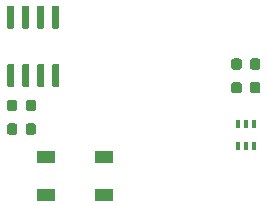
<source format=gbr>
G04 #@! TF.GenerationSoftware,KiCad,Pcbnew,5.1.5*
G04 #@! TF.CreationDate,2019-11-23T18:51:37+01:00*
G04 #@! TF.ProjectId,leg_sensor_board,6c65675f-7365-46e7-936f-725f626f6172,rev?*
G04 #@! TF.SameCoordinates,Original*
G04 #@! TF.FileFunction,Paste,Top*
G04 #@! TF.FilePolarity,Positive*
%FSLAX46Y46*%
G04 Gerber Fmt 4.6, Leading zero omitted, Abs format (unit mm)*
G04 Created by KiCad (PCBNEW 5.1.5) date 2019-11-23 18:51:37*
%MOMM*%
%LPD*%
G04 APERTURE LIST*
%ADD10C,0.100000*%
%ADD11R,1.500000X1.000000*%
%ADD12R,0.400000X0.650000*%
G04 APERTURE END LIST*
D10*
G36*
X121027691Y-103026053D02*
G01*
X121048926Y-103029203D01*
X121069750Y-103034419D01*
X121089962Y-103041651D01*
X121109368Y-103050830D01*
X121127781Y-103061866D01*
X121145024Y-103074654D01*
X121160930Y-103089070D01*
X121175346Y-103104976D01*
X121188134Y-103122219D01*
X121199170Y-103140632D01*
X121208349Y-103160038D01*
X121215581Y-103180250D01*
X121220797Y-103201074D01*
X121223947Y-103222309D01*
X121225000Y-103243750D01*
X121225000Y-103756250D01*
X121223947Y-103777691D01*
X121220797Y-103798926D01*
X121215581Y-103819750D01*
X121208349Y-103839962D01*
X121199170Y-103859368D01*
X121188134Y-103877781D01*
X121175346Y-103895024D01*
X121160930Y-103910930D01*
X121145024Y-103925346D01*
X121127781Y-103938134D01*
X121109368Y-103949170D01*
X121089962Y-103958349D01*
X121069750Y-103965581D01*
X121048926Y-103970797D01*
X121027691Y-103973947D01*
X121006250Y-103975000D01*
X120568750Y-103975000D01*
X120547309Y-103973947D01*
X120526074Y-103970797D01*
X120505250Y-103965581D01*
X120485038Y-103958349D01*
X120465632Y-103949170D01*
X120447219Y-103938134D01*
X120429976Y-103925346D01*
X120414070Y-103910930D01*
X120399654Y-103895024D01*
X120386866Y-103877781D01*
X120375830Y-103859368D01*
X120366651Y-103839962D01*
X120359419Y-103819750D01*
X120354203Y-103798926D01*
X120351053Y-103777691D01*
X120350000Y-103756250D01*
X120350000Y-103243750D01*
X120351053Y-103222309D01*
X120354203Y-103201074D01*
X120359419Y-103180250D01*
X120366651Y-103160038D01*
X120375830Y-103140632D01*
X120386866Y-103122219D01*
X120399654Y-103104976D01*
X120414070Y-103089070D01*
X120429976Y-103074654D01*
X120447219Y-103061866D01*
X120465632Y-103050830D01*
X120485038Y-103041651D01*
X120505250Y-103034419D01*
X120526074Y-103029203D01*
X120547309Y-103026053D01*
X120568750Y-103025000D01*
X121006250Y-103025000D01*
X121027691Y-103026053D01*
G37*
G36*
X119452691Y-103026053D02*
G01*
X119473926Y-103029203D01*
X119494750Y-103034419D01*
X119514962Y-103041651D01*
X119534368Y-103050830D01*
X119552781Y-103061866D01*
X119570024Y-103074654D01*
X119585930Y-103089070D01*
X119600346Y-103104976D01*
X119613134Y-103122219D01*
X119624170Y-103140632D01*
X119633349Y-103160038D01*
X119640581Y-103180250D01*
X119645797Y-103201074D01*
X119648947Y-103222309D01*
X119650000Y-103243750D01*
X119650000Y-103756250D01*
X119648947Y-103777691D01*
X119645797Y-103798926D01*
X119640581Y-103819750D01*
X119633349Y-103839962D01*
X119624170Y-103859368D01*
X119613134Y-103877781D01*
X119600346Y-103895024D01*
X119585930Y-103910930D01*
X119570024Y-103925346D01*
X119552781Y-103938134D01*
X119534368Y-103949170D01*
X119514962Y-103958349D01*
X119494750Y-103965581D01*
X119473926Y-103970797D01*
X119452691Y-103973947D01*
X119431250Y-103975000D01*
X118993750Y-103975000D01*
X118972309Y-103973947D01*
X118951074Y-103970797D01*
X118930250Y-103965581D01*
X118910038Y-103958349D01*
X118890632Y-103949170D01*
X118872219Y-103938134D01*
X118854976Y-103925346D01*
X118839070Y-103910930D01*
X118824654Y-103895024D01*
X118811866Y-103877781D01*
X118800830Y-103859368D01*
X118791651Y-103839962D01*
X118784419Y-103819750D01*
X118779203Y-103798926D01*
X118776053Y-103777691D01*
X118775000Y-103756250D01*
X118775000Y-103243750D01*
X118776053Y-103222309D01*
X118779203Y-103201074D01*
X118784419Y-103180250D01*
X118791651Y-103160038D01*
X118800830Y-103140632D01*
X118811866Y-103122219D01*
X118824654Y-103104976D01*
X118839070Y-103089070D01*
X118854976Y-103074654D01*
X118872219Y-103061866D01*
X118890632Y-103050830D01*
X118910038Y-103041651D01*
X118930250Y-103034419D01*
X118951074Y-103029203D01*
X118972309Y-103026053D01*
X118993750Y-103025000D01*
X119431250Y-103025000D01*
X119452691Y-103026053D01*
G37*
D11*
X107950000Y-114600000D03*
X107950000Y-111400000D03*
X103050000Y-114600000D03*
X103050000Y-111400000D03*
D10*
G36*
X100452691Y-106526053D02*
G01*
X100473926Y-106529203D01*
X100494750Y-106534419D01*
X100514962Y-106541651D01*
X100534368Y-106550830D01*
X100552781Y-106561866D01*
X100570024Y-106574654D01*
X100585930Y-106589070D01*
X100600346Y-106604976D01*
X100613134Y-106622219D01*
X100624170Y-106640632D01*
X100633349Y-106660038D01*
X100640581Y-106680250D01*
X100645797Y-106701074D01*
X100648947Y-106722309D01*
X100650000Y-106743750D01*
X100650000Y-107256250D01*
X100648947Y-107277691D01*
X100645797Y-107298926D01*
X100640581Y-107319750D01*
X100633349Y-107339962D01*
X100624170Y-107359368D01*
X100613134Y-107377781D01*
X100600346Y-107395024D01*
X100585930Y-107410930D01*
X100570024Y-107425346D01*
X100552781Y-107438134D01*
X100534368Y-107449170D01*
X100514962Y-107458349D01*
X100494750Y-107465581D01*
X100473926Y-107470797D01*
X100452691Y-107473947D01*
X100431250Y-107475000D01*
X99993750Y-107475000D01*
X99972309Y-107473947D01*
X99951074Y-107470797D01*
X99930250Y-107465581D01*
X99910038Y-107458349D01*
X99890632Y-107449170D01*
X99872219Y-107438134D01*
X99854976Y-107425346D01*
X99839070Y-107410930D01*
X99824654Y-107395024D01*
X99811866Y-107377781D01*
X99800830Y-107359368D01*
X99791651Y-107339962D01*
X99784419Y-107319750D01*
X99779203Y-107298926D01*
X99776053Y-107277691D01*
X99775000Y-107256250D01*
X99775000Y-106743750D01*
X99776053Y-106722309D01*
X99779203Y-106701074D01*
X99784419Y-106680250D01*
X99791651Y-106660038D01*
X99800830Y-106640632D01*
X99811866Y-106622219D01*
X99824654Y-106604976D01*
X99839070Y-106589070D01*
X99854976Y-106574654D01*
X99872219Y-106561866D01*
X99890632Y-106550830D01*
X99910038Y-106541651D01*
X99930250Y-106534419D01*
X99951074Y-106529203D01*
X99972309Y-106526053D01*
X99993750Y-106525000D01*
X100431250Y-106525000D01*
X100452691Y-106526053D01*
G37*
G36*
X102027691Y-106526053D02*
G01*
X102048926Y-106529203D01*
X102069750Y-106534419D01*
X102089962Y-106541651D01*
X102109368Y-106550830D01*
X102127781Y-106561866D01*
X102145024Y-106574654D01*
X102160930Y-106589070D01*
X102175346Y-106604976D01*
X102188134Y-106622219D01*
X102199170Y-106640632D01*
X102208349Y-106660038D01*
X102215581Y-106680250D01*
X102220797Y-106701074D01*
X102223947Y-106722309D01*
X102225000Y-106743750D01*
X102225000Y-107256250D01*
X102223947Y-107277691D01*
X102220797Y-107298926D01*
X102215581Y-107319750D01*
X102208349Y-107339962D01*
X102199170Y-107359368D01*
X102188134Y-107377781D01*
X102175346Y-107395024D01*
X102160930Y-107410930D01*
X102145024Y-107425346D01*
X102127781Y-107438134D01*
X102109368Y-107449170D01*
X102089962Y-107458349D01*
X102069750Y-107465581D01*
X102048926Y-107470797D01*
X102027691Y-107473947D01*
X102006250Y-107475000D01*
X101568750Y-107475000D01*
X101547309Y-107473947D01*
X101526074Y-107470797D01*
X101505250Y-107465581D01*
X101485038Y-107458349D01*
X101465632Y-107449170D01*
X101447219Y-107438134D01*
X101429976Y-107425346D01*
X101414070Y-107410930D01*
X101399654Y-107395024D01*
X101386866Y-107377781D01*
X101375830Y-107359368D01*
X101366651Y-107339962D01*
X101359419Y-107319750D01*
X101354203Y-107298926D01*
X101351053Y-107277691D01*
X101350000Y-107256250D01*
X101350000Y-106743750D01*
X101351053Y-106722309D01*
X101354203Y-106701074D01*
X101359419Y-106680250D01*
X101366651Y-106660038D01*
X101375830Y-106640632D01*
X101386866Y-106622219D01*
X101399654Y-106604976D01*
X101414070Y-106589070D01*
X101429976Y-106574654D01*
X101447219Y-106561866D01*
X101465632Y-106550830D01*
X101485038Y-106541651D01*
X101505250Y-106534419D01*
X101526074Y-106529203D01*
X101547309Y-106526053D01*
X101568750Y-106525000D01*
X102006250Y-106525000D01*
X102027691Y-106526053D01*
G37*
D12*
X120650000Y-108550000D03*
X119350000Y-108550000D03*
X120000000Y-110450000D03*
X120000000Y-108550000D03*
X119350000Y-110450000D03*
X120650000Y-110450000D03*
D10*
G36*
X100259703Y-103500722D02*
G01*
X100274264Y-103502882D01*
X100288543Y-103506459D01*
X100302403Y-103511418D01*
X100315710Y-103517712D01*
X100328336Y-103525280D01*
X100340159Y-103534048D01*
X100351066Y-103543934D01*
X100360952Y-103554841D01*
X100369720Y-103566664D01*
X100377288Y-103579290D01*
X100383582Y-103592597D01*
X100388541Y-103606457D01*
X100392118Y-103620736D01*
X100394278Y-103635297D01*
X100395000Y-103650000D01*
X100395000Y-105300000D01*
X100394278Y-105314703D01*
X100392118Y-105329264D01*
X100388541Y-105343543D01*
X100383582Y-105357403D01*
X100377288Y-105370710D01*
X100369720Y-105383336D01*
X100360952Y-105395159D01*
X100351066Y-105406066D01*
X100340159Y-105415952D01*
X100328336Y-105424720D01*
X100315710Y-105432288D01*
X100302403Y-105438582D01*
X100288543Y-105443541D01*
X100274264Y-105447118D01*
X100259703Y-105449278D01*
X100245000Y-105450000D01*
X99945000Y-105450000D01*
X99930297Y-105449278D01*
X99915736Y-105447118D01*
X99901457Y-105443541D01*
X99887597Y-105438582D01*
X99874290Y-105432288D01*
X99861664Y-105424720D01*
X99849841Y-105415952D01*
X99838934Y-105406066D01*
X99829048Y-105395159D01*
X99820280Y-105383336D01*
X99812712Y-105370710D01*
X99806418Y-105357403D01*
X99801459Y-105343543D01*
X99797882Y-105329264D01*
X99795722Y-105314703D01*
X99795000Y-105300000D01*
X99795000Y-103650000D01*
X99795722Y-103635297D01*
X99797882Y-103620736D01*
X99801459Y-103606457D01*
X99806418Y-103592597D01*
X99812712Y-103579290D01*
X99820280Y-103566664D01*
X99829048Y-103554841D01*
X99838934Y-103543934D01*
X99849841Y-103534048D01*
X99861664Y-103525280D01*
X99874290Y-103517712D01*
X99887597Y-103511418D01*
X99901457Y-103506459D01*
X99915736Y-103502882D01*
X99930297Y-103500722D01*
X99945000Y-103500000D01*
X100245000Y-103500000D01*
X100259703Y-103500722D01*
G37*
G36*
X101529703Y-103500722D02*
G01*
X101544264Y-103502882D01*
X101558543Y-103506459D01*
X101572403Y-103511418D01*
X101585710Y-103517712D01*
X101598336Y-103525280D01*
X101610159Y-103534048D01*
X101621066Y-103543934D01*
X101630952Y-103554841D01*
X101639720Y-103566664D01*
X101647288Y-103579290D01*
X101653582Y-103592597D01*
X101658541Y-103606457D01*
X101662118Y-103620736D01*
X101664278Y-103635297D01*
X101665000Y-103650000D01*
X101665000Y-105300000D01*
X101664278Y-105314703D01*
X101662118Y-105329264D01*
X101658541Y-105343543D01*
X101653582Y-105357403D01*
X101647288Y-105370710D01*
X101639720Y-105383336D01*
X101630952Y-105395159D01*
X101621066Y-105406066D01*
X101610159Y-105415952D01*
X101598336Y-105424720D01*
X101585710Y-105432288D01*
X101572403Y-105438582D01*
X101558543Y-105443541D01*
X101544264Y-105447118D01*
X101529703Y-105449278D01*
X101515000Y-105450000D01*
X101215000Y-105450000D01*
X101200297Y-105449278D01*
X101185736Y-105447118D01*
X101171457Y-105443541D01*
X101157597Y-105438582D01*
X101144290Y-105432288D01*
X101131664Y-105424720D01*
X101119841Y-105415952D01*
X101108934Y-105406066D01*
X101099048Y-105395159D01*
X101090280Y-105383336D01*
X101082712Y-105370710D01*
X101076418Y-105357403D01*
X101071459Y-105343543D01*
X101067882Y-105329264D01*
X101065722Y-105314703D01*
X101065000Y-105300000D01*
X101065000Y-103650000D01*
X101065722Y-103635297D01*
X101067882Y-103620736D01*
X101071459Y-103606457D01*
X101076418Y-103592597D01*
X101082712Y-103579290D01*
X101090280Y-103566664D01*
X101099048Y-103554841D01*
X101108934Y-103543934D01*
X101119841Y-103534048D01*
X101131664Y-103525280D01*
X101144290Y-103517712D01*
X101157597Y-103511418D01*
X101171457Y-103506459D01*
X101185736Y-103502882D01*
X101200297Y-103500722D01*
X101215000Y-103500000D01*
X101515000Y-103500000D01*
X101529703Y-103500722D01*
G37*
G36*
X102799703Y-103500722D02*
G01*
X102814264Y-103502882D01*
X102828543Y-103506459D01*
X102842403Y-103511418D01*
X102855710Y-103517712D01*
X102868336Y-103525280D01*
X102880159Y-103534048D01*
X102891066Y-103543934D01*
X102900952Y-103554841D01*
X102909720Y-103566664D01*
X102917288Y-103579290D01*
X102923582Y-103592597D01*
X102928541Y-103606457D01*
X102932118Y-103620736D01*
X102934278Y-103635297D01*
X102935000Y-103650000D01*
X102935000Y-105300000D01*
X102934278Y-105314703D01*
X102932118Y-105329264D01*
X102928541Y-105343543D01*
X102923582Y-105357403D01*
X102917288Y-105370710D01*
X102909720Y-105383336D01*
X102900952Y-105395159D01*
X102891066Y-105406066D01*
X102880159Y-105415952D01*
X102868336Y-105424720D01*
X102855710Y-105432288D01*
X102842403Y-105438582D01*
X102828543Y-105443541D01*
X102814264Y-105447118D01*
X102799703Y-105449278D01*
X102785000Y-105450000D01*
X102485000Y-105450000D01*
X102470297Y-105449278D01*
X102455736Y-105447118D01*
X102441457Y-105443541D01*
X102427597Y-105438582D01*
X102414290Y-105432288D01*
X102401664Y-105424720D01*
X102389841Y-105415952D01*
X102378934Y-105406066D01*
X102369048Y-105395159D01*
X102360280Y-105383336D01*
X102352712Y-105370710D01*
X102346418Y-105357403D01*
X102341459Y-105343543D01*
X102337882Y-105329264D01*
X102335722Y-105314703D01*
X102335000Y-105300000D01*
X102335000Y-103650000D01*
X102335722Y-103635297D01*
X102337882Y-103620736D01*
X102341459Y-103606457D01*
X102346418Y-103592597D01*
X102352712Y-103579290D01*
X102360280Y-103566664D01*
X102369048Y-103554841D01*
X102378934Y-103543934D01*
X102389841Y-103534048D01*
X102401664Y-103525280D01*
X102414290Y-103517712D01*
X102427597Y-103511418D01*
X102441457Y-103506459D01*
X102455736Y-103502882D01*
X102470297Y-103500722D01*
X102485000Y-103500000D01*
X102785000Y-103500000D01*
X102799703Y-103500722D01*
G37*
G36*
X104069703Y-103500722D02*
G01*
X104084264Y-103502882D01*
X104098543Y-103506459D01*
X104112403Y-103511418D01*
X104125710Y-103517712D01*
X104138336Y-103525280D01*
X104150159Y-103534048D01*
X104161066Y-103543934D01*
X104170952Y-103554841D01*
X104179720Y-103566664D01*
X104187288Y-103579290D01*
X104193582Y-103592597D01*
X104198541Y-103606457D01*
X104202118Y-103620736D01*
X104204278Y-103635297D01*
X104205000Y-103650000D01*
X104205000Y-105300000D01*
X104204278Y-105314703D01*
X104202118Y-105329264D01*
X104198541Y-105343543D01*
X104193582Y-105357403D01*
X104187288Y-105370710D01*
X104179720Y-105383336D01*
X104170952Y-105395159D01*
X104161066Y-105406066D01*
X104150159Y-105415952D01*
X104138336Y-105424720D01*
X104125710Y-105432288D01*
X104112403Y-105438582D01*
X104098543Y-105443541D01*
X104084264Y-105447118D01*
X104069703Y-105449278D01*
X104055000Y-105450000D01*
X103755000Y-105450000D01*
X103740297Y-105449278D01*
X103725736Y-105447118D01*
X103711457Y-105443541D01*
X103697597Y-105438582D01*
X103684290Y-105432288D01*
X103671664Y-105424720D01*
X103659841Y-105415952D01*
X103648934Y-105406066D01*
X103639048Y-105395159D01*
X103630280Y-105383336D01*
X103622712Y-105370710D01*
X103616418Y-105357403D01*
X103611459Y-105343543D01*
X103607882Y-105329264D01*
X103605722Y-105314703D01*
X103605000Y-105300000D01*
X103605000Y-103650000D01*
X103605722Y-103635297D01*
X103607882Y-103620736D01*
X103611459Y-103606457D01*
X103616418Y-103592597D01*
X103622712Y-103579290D01*
X103630280Y-103566664D01*
X103639048Y-103554841D01*
X103648934Y-103543934D01*
X103659841Y-103534048D01*
X103671664Y-103525280D01*
X103684290Y-103517712D01*
X103697597Y-103511418D01*
X103711457Y-103506459D01*
X103725736Y-103502882D01*
X103740297Y-103500722D01*
X103755000Y-103500000D01*
X104055000Y-103500000D01*
X104069703Y-103500722D01*
G37*
G36*
X104069703Y-98550722D02*
G01*
X104084264Y-98552882D01*
X104098543Y-98556459D01*
X104112403Y-98561418D01*
X104125710Y-98567712D01*
X104138336Y-98575280D01*
X104150159Y-98584048D01*
X104161066Y-98593934D01*
X104170952Y-98604841D01*
X104179720Y-98616664D01*
X104187288Y-98629290D01*
X104193582Y-98642597D01*
X104198541Y-98656457D01*
X104202118Y-98670736D01*
X104204278Y-98685297D01*
X104205000Y-98700000D01*
X104205000Y-100350000D01*
X104204278Y-100364703D01*
X104202118Y-100379264D01*
X104198541Y-100393543D01*
X104193582Y-100407403D01*
X104187288Y-100420710D01*
X104179720Y-100433336D01*
X104170952Y-100445159D01*
X104161066Y-100456066D01*
X104150159Y-100465952D01*
X104138336Y-100474720D01*
X104125710Y-100482288D01*
X104112403Y-100488582D01*
X104098543Y-100493541D01*
X104084264Y-100497118D01*
X104069703Y-100499278D01*
X104055000Y-100500000D01*
X103755000Y-100500000D01*
X103740297Y-100499278D01*
X103725736Y-100497118D01*
X103711457Y-100493541D01*
X103697597Y-100488582D01*
X103684290Y-100482288D01*
X103671664Y-100474720D01*
X103659841Y-100465952D01*
X103648934Y-100456066D01*
X103639048Y-100445159D01*
X103630280Y-100433336D01*
X103622712Y-100420710D01*
X103616418Y-100407403D01*
X103611459Y-100393543D01*
X103607882Y-100379264D01*
X103605722Y-100364703D01*
X103605000Y-100350000D01*
X103605000Y-98700000D01*
X103605722Y-98685297D01*
X103607882Y-98670736D01*
X103611459Y-98656457D01*
X103616418Y-98642597D01*
X103622712Y-98629290D01*
X103630280Y-98616664D01*
X103639048Y-98604841D01*
X103648934Y-98593934D01*
X103659841Y-98584048D01*
X103671664Y-98575280D01*
X103684290Y-98567712D01*
X103697597Y-98561418D01*
X103711457Y-98556459D01*
X103725736Y-98552882D01*
X103740297Y-98550722D01*
X103755000Y-98550000D01*
X104055000Y-98550000D01*
X104069703Y-98550722D01*
G37*
G36*
X102799703Y-98550722D02*
G01*
X102814264Y-98552882D01*
X102828543Y-98556459D01*
X102842403Y-98561418D01*
X102855710Y-98567712D01*
X102868336Y-98575280D01*
X102880159Y-98584048D01*
X102891066Y-98593934D01*
X102900952Y-98604841D01*
X102909720Y-98616664D01*
X102917288Y-98629290D01*
X102923582Y-98642597D01*
X102928541Y-98656457D01*
X102932118Y-98670736D01*
X102934278Y-98685297D01*
X102935000Y-98700000D01*
X102935000Y-100350000D01*
X102934278Y-100364703D01*
X102932118Y-100379264D01*
X102928541Y-100393543D01*
X102923582Y-100407403D01*
X102917288Y-100420710D01*
X102909720Y-100433336D01*
X102900952Y-100445159D01*
X102891066Y-100456066D01*
X102880159Y-100465952D01*
X102868336Y-100474720D01*
X102855710Y-100482288D01*
X102842403Y-100488582D01*
X102828543Y-100493541D01*
X102814264Y-100497118D01*
X102799703Y-100499278D01*
X102785000Y-100500000D01*
X102485000Y-100500000D01*
X102470297Y-100499278D01*
X102455736Y-100497118D01*
X102441457Y-100493541D01*
X102427597Y-100488582D01*
X102414290Y-100482288D01*
X102401664Y-100474720D01*
X102389841Y-100465952D01*
X102378934Y-100456066D01*
X102369048Y-100445159D01*
X102360280Y-100433336D01*
X102352712Y-100420710D01*
X102346418Y-100407403D01*
X102341459Y-100393543D01*
X102337882Y-100379264D01*
X102335722Y-100364703D01*
X102335000Y-100350000D01*
X102335000Y-98700000D01*
X102335722Y-98685297D01*
X102337882Y-98670736D01*
X102341459Y-98656457D01*
X102346418Y-98642597D01*
X102352712Y-98629290D01*
X102360280Y-98616664D01*
X102369048Y-98604841D01*
X102378934Y-98593934D01*
X102389841Y-98584048D01*
X102401664Y-98575280D01*
X102414290Y-98567712D01*
X102427597Y-98561418D01*
X102441457Y-98556459D01*
X102455736Y-98552882D01*
X102470297Y-98550722D01*
X102485000Y-98550000D01*
X102785000Y-98550000D01*
X102799703Y-98550722D01*
G37*
G36*
X101529703Y-98550722D02*
G01*
X101544264Y-98552882D01*
X101558543Y-98556459D01*
X101572403Y-98561418D01*
X101585710Y-98567712D01*
X101598336Y-98575280D01*
X101610159Y-98584048D01*
X101621066Y-98593934D01*
X101630952Y-98604841D01*
X101639720Y-98616664D01*
X101647288Y-98629290D01*
X101653582Y-98642597D01*
X101658541Y-98656457D01*
X101662118Y-98670736D01*
X101664278Y-98685297D01*
X101665000Y-98700000D01*
X101665000Y-100350000D01*
X101664278Y-100364703D01*
X101662118Y-100379264D01*
X101658541Y-100393543D01*
X101653582Y-100407403D01*
X101647288Y-100420710D01*
X101639720Y-100433336D01*
X101630952Y-100445159D01*
X101621066Y-100456066D01*
X101610159Y-100465952D01*
X101598336Y-100474720D01*
X101585710Y-100482288D01*
X101572403Y-100488582D01*
X101558543Y-100493541D01*
X101544264Y-100497118D01*
X101529703Y-100499278D01*
X101515000Y-100500000D01*
X101215000Y-100500000D01*
X101200297Y-100499278D01*
X101185736Y-100497118D01*
X101171457Y-100493541D01*
X101157597Y-100488582D01*
X101144290Y-100482288D01*
X101131664Y-100474720D01*
X101119841Y-100465952D01*
X101108934Y-100456066D01*
X101099048Y-100445159D01*
X101090280Y-100433336D01*
X101082712Y-100420710D01*
X101076418Y-100407403D01*
X101071459Y-100393543D01*
X101067882Y-100379264D01*
X101065722Y-100364703D01*
X101065000Y-100350000D01*
X101065000Y-98700000D01*
X101065722Y-98685297D01*
X101067882Y-98670736D01*
X101071459Y-98656457D01*
X101076418Y-98642597D01*
X101082712Y-98629290D01*
X101090280Y-98616664D01*
X101099048Y-98604841D01*
X101108934Y-98593934D01*
X101119841Y-98584048D01*
X101131664Y-98575280D01*
X101144290Y-98567712D01*
X101157597Y-98561418D01*
X101171457Y-98556459D01*
X101185736Y-98552882D01*
X101200297Y-98550722D01*
X101215000Y-98550000D01*
X101515000Y-98550000D01*
X101529703Y-98550722D01*
G37*
G36*
X100259703Y-98550722D02*
G01*
X100274264Y-98552882D01*
X100288543Y-98556459D01*
X100302403Y-98561418D01*
X100315710Y-98567712D01*
X100328336Y-98575280D01*
X100340159Y-98584048D01*
X100351066Y-98593934D01*
X100360952Y-98604841D01*
X100369720Y-98616664D01*
X100377288Y-98629290D01*
X100383582Y-98642597D01*
X100388541Y-98656457D01*
X100392118Y-98670736D01*
X100394278Y-98685297D01*
X100395000Y-98700000D01*
X100395000Y-100350000D01*
X100394278Y-100364703D01*
X100392118Y-100379264D01*
X100388541Y-100393543D01*
X100383582Y-100407403D01*
X100377288Y-100420710D01*
X100369720Y-100433336D01*
X100360952Y-100445159D01*
X100351066Y-100456066D01*
X100340159Y-100465952D01*
X100328336Y-100474720D01*
X100315710Y-100482288D01*
X100302403Y-100488582D01*
X100288543Y-100493541D01*
X100274264Y-100497118D01*
X100259703Y-100499278D01*
X100245000Y-100500000D01*
X99945000Y-100500000D01*
X99930297Y-100499278D01*
X99915736Y-100497118D01*
X99901457Y-100493541D01*
X99887597Y-100488582D01*
X99874290Y-100482288D01*
X99861664Y-100474720D01*
X99849841Y-100465952D01*
X99838934Y-100456066D01*
X99829048Y-100445159D01*
X99820280Y-100433336D01*
X99812712Y-100420710D01*
X99806418Y-100407403D01*
X99801459Y-100393543D01*
X99797882Y-100379264D01*
X99795722Y-100364703D01*
X99795000Y-100350000D01*
X99795000Y-98700000D01*
X99795722Y-98685297D01*
X99797882Y-98670736D01*
X99801459Y-98656457D01*
X99806418Y-98642597D01*
X99812712Y-98629290D01*
X99820280Y-98616664D01*
X99829048Y-98604841D01*
X99838934Y-98593934D01*
X99849841Y-98584048D01*
X99861664Y-98575280D01*
X99874290Y-98567712D01*
X99887597Y-98561418D01*
X99901457Y-98556459D01*
X99915736Y-98552882D01*
X99930297Y-98550722D01*
X99945000Y-98550000D01*
X100245000Y-98550000D01*
X100259703Y-98550722D01*
G37*
G36*
X119452691Y-105026053D02*
G01*
X119473926Y-105029203D01*
X119494750Y-105034419D01*
X119514962Y-105041651D01*
X119534368Y-105050830D01*
X119552781Y-105061866D01*
X119570024Y-105074654D01*
X119585930Y-105089070D01*
X119600346Y-105104976D01*
X119613134Y-105122219D01*
X119624170Y-105140632D01*
X119633349Y-105160038D01*
X119640581Y-105180250D01*
X119645797Y-105201074D01*
X119648947Y-105222309D01*
X119650000Y-105243750D01*
X119650000Y-105756250D01*
X119648947Y-105777691D01*
X119645797Y-105798926D01*
X119640581Y-105819750D01*
X119633349Y-105839962D01*
X119624170Y-105859368D01*
X119613134Y-105877781D01*
X119600346Y-105895024D01*
X119585930Y-105910930D01*
X119570024Y-105925346D01*
X119552781Y-105938134D01*
X119534368Y-105949170D01*
X119514962Y-105958349D01*
X119494750Y-105965581D01*
X119473926Y-105970797D01*
X119452691Y-105973947D01*
X119431250Y-105975000D01*
X118993750Y-105975000D01*
X118972309Y-105973947D01*
X118951074Y-105970797D01*
X118930250Y-105965581D01*
X118910038Y-105958349D01*
X118890632Y-105949170D01*
X118872219Y-105938134D01*
X118854976Y-105925346D01*
X118839070Y-105910930D01*
X118824654Y-105895024D01*
X118811866Y-105877781D01*
X118800830Y-105859368D01*
X118791651Y-105839962D01*
X118784419Y-105819750D01*
X118779203Y-105798926D01*
X118776053Y-105777691D01*
X118775000Y-105756250D01*
X118775000Y-105243750D01*
X118776053Y-105222309D01*
X118779203Y-105201074D01*
X118784419Y-105180250D01*
X118791651Y-105160038D01*
X118800830Y-105140632D01*
X118811866Y-105122219D01*
X118824654Y-105104976D01*
X118839070Y-105089070D01*
X118854976Y-105074654D01*
X118872219Y-105061866D01*
X118890632Y-105050830D01*
X118910038Y-105041651D01*
X118930250Y-105034419D01*
X118951074Y-105029203D01*
X118972309Y-105026053D01*
X118993750Y-105025000D01*
X119431250Y-105025000D01*
X119452691Y-105026053D01*
G37*
G36*
X121027691Y-105026053D02*
G01*
X121048926Y-105029203D01*
X121069750Y-105034419D01*
X121089962Y-105041651D01*
X121109368Y-105050830D01*
X121127781Y-105061866D01*
X121145024Y-105074654D01*
X121160930Y-105089070D01*
X121175346Y-105104976D01*
X121188134Y-105122219D01*
X121199170Y-105140632D01*
X121208349Y-105160038D01*
X121215581Y-105180250D01*
X121220797Y-105201074D01*
X121223947Y-105222309D01*
X121225000Y-105243750D01*
X121225000Y-105756250D01*
X121223947Y-105777691D01*
X121220797Y-105798926D01*
X121215581Y-105819750D01*
X121208349Y-105839962D01*
X121199170Y-105859368D01*
X121188134Y-105877781D01*
X121175346Y-105895024D01*
X121160930Y-105910930D01*
X121145024Y-105925346D01*
X121127781Y-105938134D01*
X121109368Y-105949170D01*
X121089962Y-105958349D01*
X121069750Y-105965581D01*
X121048926Y-105970797D01*
X121027691Y-105973947D01*
X121006250Y-105975000D01*
X120568750Y-105975000D01*
X120547309Y-105973947D01*
X120526074Y-105970797D01*
X120505250Y-105965581D01*
X120485038Y-105958349D01*
X120465632Y-105949170D01*
X120447219Y-105938134D01*
X120429976Y-105925346D01*
X120414070Y-105910930D01*
X120399654Y-105895024D01*
X120386866Y-105877781D01*
X120375830Y-105859368D01*
X120366651Y-105839962D01*
X120359419Y-105819750D01*
X120354203Y-105798926D01*
X120351053Y-105777691D01*
X120350000Y-105756250D01*
X120350000Y-105243750D01*
X120351053Y-105222309D01*
X120354203Y-105201074D01*
X120359419Y-105180250D01*
X120366651Y-105160038D01*
X120375830Y-105140632D01*
X120386866Y-105122219D01*
X120399654Y-105104976D01*
X120414070Y-105089070D01*
X120429976Y-105074654D01*
X120447219Y-105061866D01*
X120465632Y-105050830D01*
X120485038Y-105041651D01*
X120505250Y-105034419D01*
X120526074Y-105029203D01*
X120547309Y-105026053D01*
X120568750Y-105025000D01*
X121006250Y-105025000D01*
X121027691Y-105026053D01*
G37*
G36*
X102027691Y-108526053D02*
G01*
X102048926Y-108529203D01*
X102069750Y-108534419D01*
X102089962Y-108541651D01*
X102109368Y-108550830D01*
X102127781Y-108561866D01*
X102145024Y-108574654D01*
X102160930Y-108589070D01*
X102175346Y-108604976D01*
X102188134Y-108622219D01*
X102199170Y-108640632D01*
X102208349Y-108660038D01*
X102215581Y-108680250D01*
X102220797Y-108701074D01*
X102223947Y-108722309D01*
X102225000Y-108743750D01*
X102225000Y-109256250D01*
X102223947Y-109277691D01*
X102220797Y-109298926D01*
X102215581Y-109319750D01*
X102208349Y-109339962D01*
X102199170Y-109359368D01*
X102188134Y-109377781D01*
X102175346Y-109395024D01*
X102160930Y-109410930D01*
X102145024Y-109425346D01*
X102127781Y-109438134D01*
X102109368Y-109449170D01*
X102089962Y-109458349D01*
X102069750Y-109465581D01*
X102048926Y-109470797D01*
X102027691Y-109473947D01*
X102006250Y-109475000D01*
X101568750Y-109475000D01*
X101547309Y-109473947D01*
X101526074Y-109470797D01*
X101505250Y-109465581D01*
X101485038Y-109458349D01*
X101465632Y-109449170D01*
X101447219Y-109438134D01*
X101429976Y-109425346D01*
X101414070Y-109410930D01*
X101399654Y-109395024D01*
X101386866Y-109377781D01*
X101375830Y-109359368D01*
X101366651Y-109339962D01*
X101359419Y-109319750D01*
X101354203Y-109298926D01*
X101351053Y-109277691D01*
X101350000Y-109256250D01*
X101350000Y-108743750D01*
X101351053Y-108722309D01*
X101354203Y-108701074D01*
X101359419Y-108680250D01*
X101366651Y-108660038D01*
X101375830Y-108640632D01*
X101386866Y-108622219D01*
X101399654Y-108604976D01*
X101414070Y-108589070D01*
X101429976Y-108574654D01*
X101447219Y-108561866D01*
X101465632Y-108550830D01*
X101485038Y-108541651D01*
X101505250Y-108534419D01*
X101526074Y-108529203D01*
X101547309Y-108526053D01*
X101568750Y-108525000D01*
X102006250Y-108525000D01*
X102027691Y-108526053D01*
G37*
G36*
X100452691Y-108526053D02*
G01*
X100473926Y-108529203D01*
X100494750Y-108534419D01*
X100514962Y-108541651D01*
X100534368Y-108550830D01*
X100552781Y-108561866D01*
X100570024Y-108574654D01*
X100585930Y-108589070D01*
X100600346Y-108604976D01*
X100613134Y-108622219D01*
X100624170Y-108640632D01*
X100633349Y-108660038D01*
X100640581Y-108680250D01*
X100645797Y-108701074D01*
X100648947Y-108722309D01*
X100650000Y-108743750D01*
X100650000Y-109256250D01*
X100648947Y-109277691D01*
X100645797Y-109298926D01*
X100640581Y-109319750D01*
X100633349Y-109339962D01*
X100624170Y-109359368D01*
X100613134Y-109377781D01*
X100600346Y-109395024D01*
X100585930Y-109410930D01*
X100570024Y-109425346D01*
X100552781Y-109438134D01*
X100534368Y-109449170D01*
X100514962Y-109458349D01*
X100494750Y-109465581D01*
X100473926Y-109470797D01*
X100452691Y-109473947D01*
X100431250Y-109475000D01*
X99993750Y-109475000D01*
X99972309Y-109473947D01*
X99951074Y-109470797D01*
X99930250Y-109465581D01*
X99910038Y-109458349D01*
X99890632Y-109449170D01*
X99872219Y-109438134D01*
X99854976Y-109425346D01*
X99839070Y-109410930D01*
X99824654Y-109395024D01*
X99811866Y-109377781D01*
X99800830Y-109359368D01*
X99791651Y-109339962D01*
X99784419Y-109319750D01*
X99779203Y-109298926D01*
X99776053Y-109277691D01*
X99775000Y-109256250D01*
X99775000Y-108743750D01*
X99776053Y-108722309D01*
X99779203Y-108701074D01*
X99784419Y-108680250D01*
X99791651Y-108660038D01*
X99800830Y-108640632D01*
X99811866Y-108622219D01*
X99824654Y-108604976D01*
X99839070Y-108589070D01*
X99854976Y-108574654D01*
X99872219Y-108561866D01*
X99890632Y-108550830D01*
X99910038Y-108541651D01*
X99930250Y-108534419D01*
X99951074Y-108529203D01*
X99972309Y-108526053D01*
X99993750Y-108525000D01*
X100431250Y-108525000D01*
X100452691Y-108526053D01*
G37*
M02*

</source>
